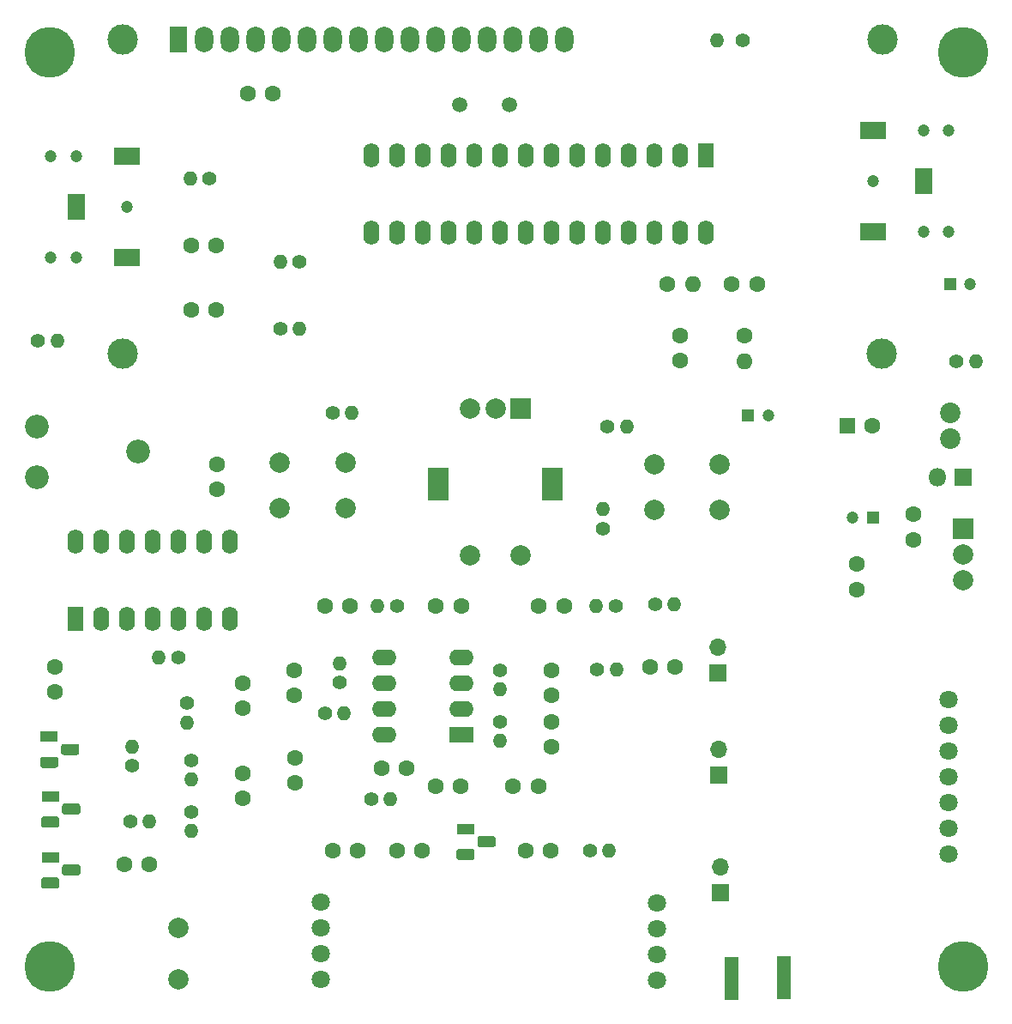
<source format=gbs>
G04 #@! TF.GenerationSoftware,KiCad,Pcbnew,(5.1.5)-3*
G04 #@! TF.CreationDate,2020-06-06T12:22:37-04:00*
G04 #@! TF.ProjectId,SDR_SSB,5344525f-5353-4422-9e6b-696361645f70,rev?*
G04 #@! TF.SameCoordinates,Original*
G04 #@! TF.FileFunction,Soldermask,Bot*
G04 #@! TF.FilePolarity,Negative*
%FSLAX46Y46*%
G04 Gerber Fmt 4.6, Leading zero omitted, Abs format (unit mm)*
G04 Created by KiCad (PCBNEW (5.1.5)-3) date 2020-06-06 12:22:37*
%MOMM*%
%LPD*%
G04 APERTURE LIST*
%ADD10R,2.000000X2.000000*%
%ADD11C,2.000000*%
%ADD12R,2.000000X3.200000*%
%ADD13R,1.800000X1.100000*%
%ADD14C,0.100000*%
%ADD15C,5.000000*%
%ADD16O,1.700000X1.700000*%
%ADD17R,1.700000X1.700000*%
%ADD18C,1.500000*%
%ADD19C,1.800000*%
%ADD20O,1.600000X2.400000*%
%ADD21R,1.600000X2.400000*%
%ADD22O,2.400000X1.600000*%
%ADD23R,2.400000X1.600000*%
%ADD24C,3.000000*%
%ADD25O,1.800000X2.600000*%
%ADD26R,1.800000X2.600000*%
%ADD27C,2.340000*%
%ADD28O,1.400000X1.400000*%
%ADD29C,1.400000*%
%ADD30O,1.600000X1.600000*%
%ADD31C,1.600000*%
%ADD32C,2.020000*%
%ADD33R,1.350000X4.200000*%
%ADD34O,1.800000X1.800000*%
%ADD35R,1.800000X1.800000*%
%ADD36C,1.200000*%
%ADD37R,1.800000X2.500000*%
%ADD38R,2.500000X1.800000*%
%ADD39R,1.200000X1.200000*%
%ADD40R,1.600000X1.600000*%
G04 APERTURE END LIST*
D10*
X143040000Y248070000D03*
D11*
X140540000Y248070000D03*
X138040000Y248070000D03*
D12*
X146140000Y240570000D03*
X134940000Y240570000D03*
D11*
X143040000Y233570000D03*
X138040000Y233570000D03*
D13*
X96600000Y209800000D03*
D14*
G36*
X97251955Y207808676D02*
G01*
X97278650Y207804716D01*
X97304828Y207798159D01*
X97330238Y207789067D01*
X97354634Y207777528D01*
X97377782Y207763654D01*
X97399458Y207747578D01*
X97419454Y207729454D01*
X97437578Y207709458D01*
X97453654Y207687782D01*
X97467528Y207664634D01*
X97479067Y207640238D01*
X97488159Y207614828D01*
X97494716Y207588650D01*
X97498676Y207561955D01*
X97500000Y207535000D01*
X97500000Y206985000D01*
X97498676Y206958045D01*
X97494716Y206931350D01*
X97488159Y206905172D01*
X97479067Y206879762D01*
X97467528Y206855366D01*
X97453654Y206832218D01*
X97437578Y206810542D01*
X97419454Y206790546D01*
X97399458Y206772422D01*
X97377782Y206756346D01*
X97354634Y206742472D01*
X97330238Y206730933D01*
X97304828Y206721841D01*
X97278650Y206715284D01*
X97251955Y206711324D01*
X97225000Y206710000D01*
X95975000Y206710000D01*
X95948045Y206711324D01*
X95921350Y206715284D01*
X95895172Y206721841D01*
X95869762Y206730933D01*
X95845366Y206742472D01*
X95822218Y206756346D01*
X95800542Y206772422D01*
X95780546Y206790546D01*
X95762422Y206810542D01*
X95746346Y206832218D01*
X95732472Y206855366D01*
X95720933Y206879762D01*
X95711841Y206905172D01*
X95705284Y206931350D01*
X95701324Y206958045D01*
X95700000Y206985000D01*
X95700000Y207535000D01*
X95701324Y207561955D01*
X95705284Y207588650D01*
X95711841Y207614828D01*
X95720933Y207640238D01*
X95732472Y207664634D01*
X95746346Y207687782D01*
X95762422Y207709458D01*
X95780546Y207729454D01*
X95800542Y207747578D01*
X95822218Y207763654D01*
X95845366Y207777528D01*
X95869762Y207789067D01*
X95895172Y207798159D01*
X95921350Y207804716D01*
X95948045Y207808676D01*
X95975000Y207810000D01*
X97225000Y207810000D01*
X97251955Y207808676D01*
G37*
G36*
X99321955Y209078676D02*
G01*
X99348650Y209074716D01*
X99374828Y209068159D01*
X99400238Y209059067D01*
X99424634Y209047528D01*
X99447782Y209033654D01*
X99469458Y209017578D01*
X99489454Y208999454D01*
X99507578Y208979458D01*
X99523654Y208957782D01*
X99537528Y208934634D01*
X99549067Y208910238D01*
X99558159Y208884828D01*
X99564716Y208858650D01*
X99568676Y208831955D01*
X99570000Y208805000D01*
X99570000Y208255000D01*
X99568676Y208228045D01*
X99564716Y208201350D01*
X99558159Y208175172D01*
X99549067Y208149762D01*
X99537528Y208125366D01*
X99523654Y208102218D01*
X99507578Y208080542D01*
X99489454Y208060546D01*
X99469458Y208042422D01*
X99447782Y208026346D01*
X99424634Y208012472D01*
X99400238Y208000933D01*
X99374828Y207991841D01*
X99348650Y207985284D01*
X99321955Y207981324D01*
X99295000Y207980000D01*
X98045000Y207980000D01*
X98018045Y207981324D01*
X97991350Y207985284D01*
X97965172Y207991841D01*
X97939762Y208000933D01*
X97915366Y208012472D01*
X97892218Y208026346D01*
X97870542Y208042422D01*
X97850546Y208060546D01*
X97832422Y208080542D01*
X97816346Y208102218D01*
X97802472Y208125366D01*
X97790933Y208149762D01*
X97781841Y208175172D01*
X97775284Y208201350D01*
X97771324Y208228045D01*
X97770000Y208255000D01*
X97770000Y208805000D01*
X97771324Y208831955D01*
X97775284Y208858650D01*
X97781841Y208884828D01*
X97790933Y208910238D01*
X97802472Y208934634D01*
X97816346Y208957782D01*
X97832422Y208979458D01*
X97850546Y208999454D01*
X97870542Y209017578D01*
X97892218Y209033654D01*
X97915366Y209047528D01*
X97939762Y209059067D01*
X97965172Y209068159D01*
X97991350Y209074716D01*
X98018045Y209078676D01*
X98045000Y209080000D01*
X99295000Y209080000D01*
X99321955Y209078676D01*
G37*
D15*
X96520000Y193040000D03*
X186690000Y193040000D03*
X96520000Y283210000D03*
X186690000Y283210000D03*
D16*
X162540000Y224530000D03*
D17*
X162540000Y221990000D03*
D16*
X162620000Y214400000D03*
D17*
X162620000Y211860000D03*
D16*
X162750000Y202850000D03*
D17*
X162750000Y200310000D03*
D18*
X137020000Y278000000D03*
X141900000Y278000000D03*
D19*
X156464000Y196748400D03*
X156464000Y194208400D03*
X156464000Y199288400D03*
X156464000Y191668400D03*
X123317000Y191719200D03*
X123317000Y194259200D03*
X123317000Y196799200D03*
X123317000Y199339200D03*
D20*
X99060000Y234950000D03*
X114300000Y227330000D03*
X101600000Y234950000D03*
X111760000Y227330000D03*
X104140000Y234950000D03*
X109220000Y227330000D03*
X106680000Y234950000D03*
X106680000Y227330000D03*
X109220000Y234950000D03*
X104140000Y227330000D03*
X111760000Y234950000D03*
X101600000Y227330000D03*
X114300000Y234950000D03*
D21*
X99060000Y227330000D03*
D19*
X185318400Y204063600D03*
X185318400Y206603600D03*
X185318400Y209143600D03*
X185318400Y211683600D03*
X185318400Y214223600D03*
X185318400Y216763600D03*
X185318400Y219303600D03*
D22*
X129540000Y215900000D03*
X137160000Y223520000D03*
X129540000Y218440000D03*
X137160000Y220980000D03*
X129540000Y220980000D03*
X137160000Y218440000D03*
X129540000Y223520000D03*
D23*
X137160000Y215900000D03*
D24*
X178720000Y284480000D03*
X178719480Y253479300D03*
X103720900Y253479300D03*
X103720900Y284480000D03*
D25*
X147320000Y284480000D03*
X144780000Y284480000D03*
X142240000Y284480000D03*
X139700000Y284480000D03*
X137160000Y284480000D03*
X134620000Y284480000D03*
X132080000Y284480000D03*
X129540000Y284480000D03*
X127000000Y284480000D03*
X124460000Y284480000D03*
X121920000Y284480000D03*
X119380000Y284480000D03*
X116840000Y284480000D03*
X114300000Y284480000D03*
X111760000Y284480000D03*
D26*
X109220000Y284480000D03*
D20*
X161290000Y265430000D03*
X128270000Y273050000D03*
X158750000Y265430000D03*
X130810000Y273050000D03*
X156210000Y265430000D03*
X133350000Y273050000D03*
X153670000Y265430000D03*
X135890000Y273050000D03*
X151130000Y265430000D03*
X138430000Y273050000D03*
X148590000Y265430000D03*
X140970000Y273050000D03*
X146050000Y265430000D03*
X143510000Y273050000D03*
X143510000Y265430000D03*
X146050000Y273050000D03*
X140970000Y265430000D03*
X148590000Y273050000D03*
X138430000Y265430000D03*
X151130000Y273050000D03*
X135890000Y265430000D03*
X153670000Y273050000D03*
X133350000Y265430000D03*
X156210000Y273050000D03*
X130810000Y265430000D03*
X158750000Y273050000D03*
X128270000Y265430000D03*
D21*
X161290000Y273050000D03*
D11*
X186690000Y231140000D03*
X186690000Y233680000D03*
D10*
X186690000Y236220000D03*
D11*
X162710000Y242570000D03*
X162710000Y238070000D03*
X156210000Y242570000D03*
X156210000Y238070000D03*
X119240000Y238200000D03*
X119240000Y242700000D03*
X125740000Y238200000D03*
X125740000Y242700000D03*
D27*
X95250000Y241300000D03*
X105250000Y243800000D03*
X95250000Y246300000D03*
D28*
X151760000Y204470000D03*
D29*
X149860000Y204470000D03*
D28*
X110400000Y270700000D03*
D29*
X112300000Y270700000D03*
D28*
X187960000Y252730000D03*
D29*
X186060000Y252730000D03*
D28*
X162460000Y284400000D03*
D29*
X165000000Y284400000D03*
D28*
X97300000Y254700000D03*
D29*
X95400000Y254700000D03*
D28*
X121200000Y255900000D03*
D29*
X119300000Y255900000D03*
D28*
X119300000Y262500000D03*
D29*
X121200000Y262500000D03*
D28*
X153500000Y246300000D03*
D29*
X151600000Y246300000D03*
D28*
X151130000Y238120000D03*
D29*
X151130000Y236220000D03*
D28*
X126360000Y247650000D03*
D29*
X124460000Y247650000D03*
D28*
X104700000Y214700000D03*
D29*
X104700000Y212800000D03*
D28*
X106400000Y207300000D03*
D29*
X104500000Y207300000D03*
D28*
X110074999Y217094999D03*
D29*
X110074999Y218994999D03*
D28*
X107320000Y223520000D03*
D29*
X109220000Y223520000D03*
D28*
X110490000Y211460000D03*
D29*
X110490000Y213360000D03*
D28*
X110490000Y206380000D03*
D29*
X110490000Y208280000D03*
D28*
X140970000Y220350000D03*
D29*
X140970000Y222250000D03*
D28*
X140970000Y215270000D03*
D29*
X140970000Y217170000D03*
D28*
X130170000Y209550000D03*
D29*
X128270000Y209550000D03*
D28*
X128910000Y228600000D03*
D29*
X130810000Y228600000D03*
D28*
X125200000Y222900000D03*
D29*
X125200000Y221000000D03*
D28*
X125600000Y218000000D03*
D29*
X123700000Y218000000D03*
D28*
X158200000Y228700000D03*
D29*
X156300000Y228700000D03*
D28*
X150500000Y228600000D03*
D29*
X152400000Y228600000D03*
D28*
X152500000Y222300000D03*
D29*
X150600000Y222300000D03*
D13*
X96600000Y203800000D03*
D14*
G36*
X97251955Y201808676D02*
G01*
X97278650Y201804716D01*
X97304828Y201798159D01*
X97330238Y201789067D01*
X97354634Y201777528D01*
X97377782Y201763654D01*
X97399458Y201747578D01*
X97419454Y201729454D01*
X97437578Y201709458D01*
X97453654Y201687782D01*
X97467528Y201664634D01*
X97479067Y201640238D01*
X97488159Y201614828D01*
X97494716Y201588650D01*
X97498676Y201561955D01*
X97500000Y201535000D01*
X97500000Y200985000D01*
X97498676Y200958045D01*
X97494716Y200931350D01*
X97488159Y200905172D01*
X97479067Y200879762D01*
X97467528Y200855366D01*
X97453654Y200832218D01*
X97437578Y200810542D01*
X97419454Y200790546D01*
X97399458Y200772422D01*
X97377782Y200756346D01*
X97354634Y200742472D01*
X97330238Y200730933D01*
X97304828Y200721841D01*
X97278650Y200715284D01*
X97251955Y200711324D01*
X97225000Y200710000D01*
X95975000Y200710000D01*
X95948045Y200711324D01*
X95921350Y200715284D01*
X95895172Y200721841D01*
X95869762Y200730933D01*
X95845366Y200742472D01*
X95822218Y200756346D01*
X95800542Y200772422D01*
X95780546Y200790546D01*
X95762422Y200810542D01*
X95746346Y200832218D01*
X95732472Y200855366D01*
X95720933Y200879762D01*
X95711841Y200905172D01*
X95705284Y200931350D01*
X95701324Y200958045D01*
X95700000Y200985000D01*
X95700000Y201535000D01*
X95701324Y201561955D01*
X95705284Y201588650D01*
X95711841Y201614828D01*
X95720933Y201640238D01*
X95732472Y201664634D01*
X95746346Y201687782D01*
X95762422Y201709458D01*
X95780546Y201729454D01*
X95800542Y201747578D01*
X95822218Y201763654D01*
X95845366Y201777528D01*
X95869762Y201789067D01*
X95895172Y201798159D01*
X95921350Y201804716D01*
X95948045Y201808676D01*
X95975000Y201810000D01*
X97225000Y201810000D01*
X97251955Y201808676D01*
G37*
G36*
X99321955Y203078676D02*
G01*
X99348650Y203074716D01*
X99374828Y203068159D01*
X99400238Y203059067D01*
X99424634Y203047528D01*
X99447782Y203033654D01*
X99469458Y203017578D01*
X99489454Y202999454D01*
X99507578Y202979458D01*
X99523654Y202957782D01*
X99537528Y202934634D01*
X99549067Y202910238D01*
X99558159Y202884828D01*
X99564716Y202858650D01*
X99568676Y202831955D01*
X99570000Y202805000D01*
X99570000Y202255000D01*
X99568676Y202228045D01*
X99564716Y202201350D01*
X99558159Y202175172D01*
X99549067Y202149762D01*
X99537528Y202125366D01*
X99523654Y202102218D01*
X99507578Y202080542D01*
X99489454Y202060546D01*
X99469458Y202042422D01*
X99447782Y202026346D01*
X99424634Y202012472D01*
X99400238Y202000933D01*
X99374828Y201991841D01*
X99348650Y201985284D01*
X99321955Y201981324D01*
X99295000Y201980000D01*
X98045000Y201980000D01*
X98018045Y201981324D01*
X97991350Y201985284D01*
X97965172Y201991841D01*
X97939762Y202000933D01*
X97915366Y202012472D01*
X97892218Y202026346D01*
X97870542Y202042422D01*
X97850546Y202060546D01*
X97832422Y202080542D01*
X97816346Y202102218D01*
X97802472Y202125366D01*
X97790933Y202149762D01*
X97781841Y202175172D01*
X97775284Y202201350D01*
X97771324Y202228045D01*
X97770000Y202255000D01*
X97770000Y202805000D01*
X97771324Y202831955D01*
X97775284Y202858650D01*
X97781841Y202884828D01*
X97790933Y202910238D01*
X97802472Y202934634D01*
X97816346Y202957782D01*
X97832422Y202979458D01*
X97850546Y202999454D01*
X97870542Y203017578D01*
X97892218Y203033654D01*
X97915366Y203047528D01*
X97939762Y203059067D01*
X97965172Y203068159D01*
X97991350Y203074716D01*
X98018045Y203078676D01*
X98045000Y203080000D01*
X99295000Y203080000D01*
X99321955Y203078676D01*
G37*
D13*
X96500000Y215700000D03*
D14*
G36*
X97151955Y213708676D02*
G01*
X97178650Y213704716D01*
X97204828Y213698159D01*
X97230238Y213689067D01*
X97254634Y213677528D01*
X97277782Y213663654D01*
X97299458Y213647578D01*
X97319454Y213629454D01*
X97337578Y213609458D01*
X97353654Y213587782D01*
X97367528Y213564634D01*
X97379067Y213540238D01*
X97388159Y213514828D01*
X97394716Y213488650D01*
X97398676Y213461955D01*
X97400000Y213435000D01*
X97400000Y212885000D01*
X97398676Y212858045D01*
X97394716Y212831350D01*
X97388159Y212805172D01*
X97379067Y212779762D01*
X97367528Y212755366D01*
X97353654Y212732218D01*
X97337578Y212710542D01*
X97319454Y212690546D01*
X97299458Y212672422D01*
X97277782Y212656346D01*
X97254634Y212642472D01*
X97230238Y212630933D01*
X97204828Y212621841D01*
X97178650Y212615284D01*
X97151955Y212611324D01*
X97125000Y212610000D01*
X95875000Y212610000D01*
X95848045Y212611324D01*
X95821350Y212615284D01*
X95795172Y212621841D01*
X95769762Y212630933D01*
X95745366Y212642472D01*
X95722218Y212656346D01*
X95700542Y212672422D01*
X95680546Y212690546D01*
X95662422Y212710542D01*
X95646346Y212732218D01*
X95632472Y212755366D01*
X95620933Y212779762D01*
X95611841Y212805172D01*
X95605284Y212831350D01*
X95601324Y212858045D01*
X95600000Y212885000D01*
X95600000Y213435000D01*
X95601324Y213461955D01*
X95605284Y213488650D01*
X95611841Y213514828D01*
X95620933Y213540238D01*
X95632472Y213564634D01*
X95646346Y213587782D01*
X95662422Y213609458D01*
X95680546Y213629454D01*
X95700542Y213647578D01*
X95722218Y213663654D01*
X95745366Y213677528D01*
X95769762Y213689067D01*
X95795172Y213698159D01*
X95821350Y213704716D01*
X95848045Y213708676D01*
X95875000Y213710000D01*
X97125000Y213710000D01*
X97151955Y213708676D01*
G37*
G36*
X99221955Y214978676D02*
G01*
X99248650Y214974716D01*
X99274828Y214968159D01*
X99300238Y214959067D01*
X99324634Y214947528D01*
X99347782Y214933654D01*
X99369458Y214917578D01*
X99389454Y214899454D01*
X99407578Y214879458D01*
X99423654Y214857782D01*
X99437528Y214834634D01*
X99449067Y214810238D01*
X99458159Y214784828D01*
X99464716Y214758650D01*
X99468676Y214731955D01*
X99470000Y214705000D01*
X99470000Y214155000D01*
X99468676Y214128045D01*
X99464716Y214101350D01*
X99458159Y214075172D01*
X99449067Y214049762D01*
X99437528Y214025366D01*
X99423654Y214002218D01*
X99407578Y213980542D01*
X99389454Y213960546D01*
X99369458Y213942422D01*
X99347782Y213926346D01*
X99324634Y213912472D01*
X99300238Y213900933D01*
X99274828Y213891841D01*
X99248650Y213885284D01*
X99221955Y213881324D01*
X99195000Y213880000D01*
X97945000Y213880000D01*
X97918045Y213881324D01*
X97891350Y213885284D01*
X97865172Y213891841D01*
X97839762Y213900933D01*
X97815366Y213912472D01*
X97792218Y213926346D01*
X97770542Y213942422D01*
X97750546Y213960546D01*
X97732422Y213980542D01*
X97716346Y214002218D01*
X97702472Y214025366D01*
X97690933Y214049762D01*
X97681841Y214075172D01*
X97675284Y214101350D01*
X97671324Y214128045D01*
X97670000Y214155000D01*
X97670000Y214705000D01*
X97671324Y214731955D01*
X97675284Y214758650D01*
X97681841Y214784828D01*
X97690933Y214810238D01*
X97702472Y214834634D01*
X97716346Y214857782D01*
X97732422Y214879458D01*
X97750546Y214899454D01*
X97770542Y214917578D01*
X97792218Y214933654D01*
X97815366Y214947528D01*
X97839762Y214959067D01*
X97865172Y214968159D01*
X97891350Y214974716D01*
X97918045Y214978676D01*
X97945000Y214980000D01*
X99195000Y214980000D01*
X99221955Y214978676D01*
G37*
D13*
X137600000Y206600000D03*
D14*
G36*
X138251955Y204608676D02*
G01*
X138278650Y204604716D01*
X138304828Y204598159D01*
X138330238Y204589067D01*
X138354634Y204577528D01*
X138377782Y204563654D01*
X138399458Y204547578D01*
X138419454Y204529454D01*
X138437578Y204509458D01*
X138453654Y204487782D01*
X138467528Y204464634D01*
X138479067Y204440238D01*
X138488159Y204414828D01*
X138494716Y204388650D01*
X138498676Y204361955D01*
X138500000Y204335000D01*
X138500000Y203785000D01*
X138498676Y203758045D01*
X138494716Y203731350D01*
X138488159Y203705172D01*
X138479067Y203679762D01*
X138467528Y203655366D01*
X138453654Y203632218D01*
X138437578Y203610542D01*
X138419454Y203590546D01*
X138399458Y203572422D01*
X138377782Y203556346D01*
X138354634Y203542472D01*
X138330238Y203530933D01*
X138304828Y203521841D01*
X138278650Y203515284D01*
X138251955Y203511324D01*
X138225000Y203510000D01*
X136975000Y203510000D01*
X136948045Y203511324D01*
X136921350Y203515284D01*
X136895172Y203521841D01*
X136869762Y203530933D01*
X136845366Y203542472D01*
X136822218Y203556346D01*
X136800542Y203572422D01*
X136780546Y203590546D01*
X136762422Y203610542D01*
X136746346Y203632218D01*
X136732472Y203655366D01*
X136720933Y203679762D01*
X136711841Y203705172D01*
X136705284Y203731350D01*
X136701324Y203758045D01*
X136700000Y203785000D01*
X136700000Y204335000D01*
X136701324Y204361955D01*
X136705284Y204388650D01*
X136711841Y204414828D01*
X136720933Y204440238D01*
X136732472Y204464634D01*
X136746346Y204487782D01*
X136762422Y204509458D01*
X136780546Y204529454D01*
X136800542Y204547578D01*
X136822218Y204563654D01*
X136845366Y204577528D01*
X136869762Y204589067D01*
X136895172Y204598159D01*
X136921350Y204604716D01*
X136948045Y204608676D01*
X136975000Y204610000D01*
X138225000Y204610000D01*
X138251955Y204608676D01*
G37*
G36*
X140321955Y205878676D02*
G01*
X140348650Y205874716D01*
X140374828Y205868159D01*
X140400238Y205859067D01*
X140424634Y205847528D01*
X140447782Y205833654D01*
X140469458Y205817578D01*
X140489454Y205799454D01*
X140507578Y205779458D01*
X140523654Y205757782D01*
X140537528Y205734634D01*
X140549067Y205710238D01*
X140558159Y205684828D01*
X140564716Y205658650D01*
X140568676Y205631955D01*
X140570000Y205605000D01*
X140570000Y205055000D01*
X140568676Y205028045D01*
X140564716Y205001350D01*
X140558159Y204975172D01*
X140549067Y204949762D01*
X140537528Y204925366D01*
X140523654Y204902218D01*
X140507578Y204880542D01*
X140489454Y204860546D01*
X140469458Y204842422D01*
X140447782Y204826346D01*
X140424634Y204812472D01*
X140400238Y204800933D01*
X140374828Y204791841D01*
X140348650Y204785284D01*
X140321955Y204781324D01*
X140295000Y204780000D01*
X139045000Y204780000D01*
X139018045Y204781324D01*
X138991350Y204785284D01*
X138965172Y204791841D01*
X138939762Y204800933D01*
X138915366Y204812472D01*
X138892218Y204826346D01*
X138870542Y204842422D01*
X138850546Y204860546D01*
X138832422Y204880542D01*
X138816346Y204902218D01*
X138802472Y204925366D01*
X138790933Y204949762D01*
X138781841Y204975172D01*
X138775284Y205001350D01*
X138771324Y205028045D01*
X138770000Y205055000D01*
X138770000Y205605000D01*
X138771324Y205631955D01*
X138775284Y205658650D01*
X138781841Y205684828D01*
X138790933Y205710238D01*
X138802472Y205734634D01*
X138816346Y205757782D01*
X138832422Y205779458D01*
X138850546Y205799454D01*
X138870542Y205817578D01*
X138892218Y205833654D01*
X138915366Y205847528D01*
X138939762Y205859067D01*
X138965172Y205868159D01*
X138991350Y205874716D01*
X139018045Y205878676D01*
X139045000Y205880000D01*
X140295000Y205880000D01*
X140321955Y205878676D01*
G37*
D11*
X109220000Y196850000D03*
X109220000Y191770000D03*
D30*
X160020000Y260350000D03*
D31*
X157480000Y260350000D03*
D30*
X165100000Y252730000D03*
D31*
X165100000Y255270000D03*
D32*
X185420000Y247650000D03*
X185420000Y245110000D03*
D33*
X168986200Y191897000D03*
X163880800Y191846200D03*
D34*
X184150000Y241300000D03*
D35*
X186690000Y241300000D03*
D36*
X96640000Y262970000D03*
X99140000Y262970000D03*
X96640000Y272970000D03*
X99140000Y272970000D03*
X104140000Y267970000D03*
D37*
X99140000Y267970000D03*
D38*
X104140000Y262970000D03*
X104140000Y272970000D03*
D36*
X185300000Y275510000D03*
X182800000Y275510000D03*
X185300000Y265510000D03*
X182800000Y265510000D03*
X177800000Y270510000D03*
D37*
X182800000Y270510000D03*
D38*
X177800000Y275510000D03*
X177800000Y265510000D03*
D31*
X129300000Y212600000D03*
X131800000Y212600000D03*
X113030000Y240070000D03*
X113030000Y242570000D03*
X126960000Y204470000D03*
X124460000Y204470000D03*
X133310000Y204470000D03*
X130810000Y204470000D03*
X106400000Y203100000D03*
X103900000Y203100000D03*
X146010000Y204470000D03*
X143510000Y204470000D03*
X97100000Y222600000D03*
X97100000Y220100000D03*
X146050000Y219750000D03*
X146050000Y222250000D03*
X146050000Y214670000D03*
X146050000Y217170000D03*
X144820000Y228600000D03*
X147320000Y228600000D03*
X158300000Y222600000D03*
X155800000Y222600000D03*
X142280000Y210820000D03*
X144780000Y210820000D03*
X120650000Y219750000D03*
X120650000Y222250000D03*
X120800000Y213600000D03*
X120800000Y211100000D03*
X137120000Y210820000D03*
X134620000Y210820000D03*
X134660000Y228600000D03*
X137160000Y228600000D03*
X123700000Y228600000D03*
X126200000Y228600000D03*
X115570000Y218480000D03*
X115570000Y220980000D03*
X115570000Y209590000D03*
X115570000Y212090000D03*
X112990000Y264160000D03*
X110490000Y264160000D03*
X112990000Y257810000D03*
X110490000Y257810000D03*
D36*
X187420000Y260350000D03*
D39*
X185420000Y260350000D03*
D31*
X118600000Y279100000D03*
X116100000Y279100000D03*
X166370000Y260350000D03*
X163870000Y260350000D03*
X158750000Y255270000D03*
X158750000Y252770000D03*
D36*
X167500000Y247400000D03*
D39*
X165500000Y247400000D03*
D36*
X175800000Y237300000D03*
D39*
X177800000Y237300000D03*
D31*
X176200000Y232700000D03*
X176200000Y230200000D03*
X181800000Y237600000D03*
X181800000Y235100000D03*
X177760000Y246380000D03*
D40*
X175260000Y246380000D03*
M02*

</source>
